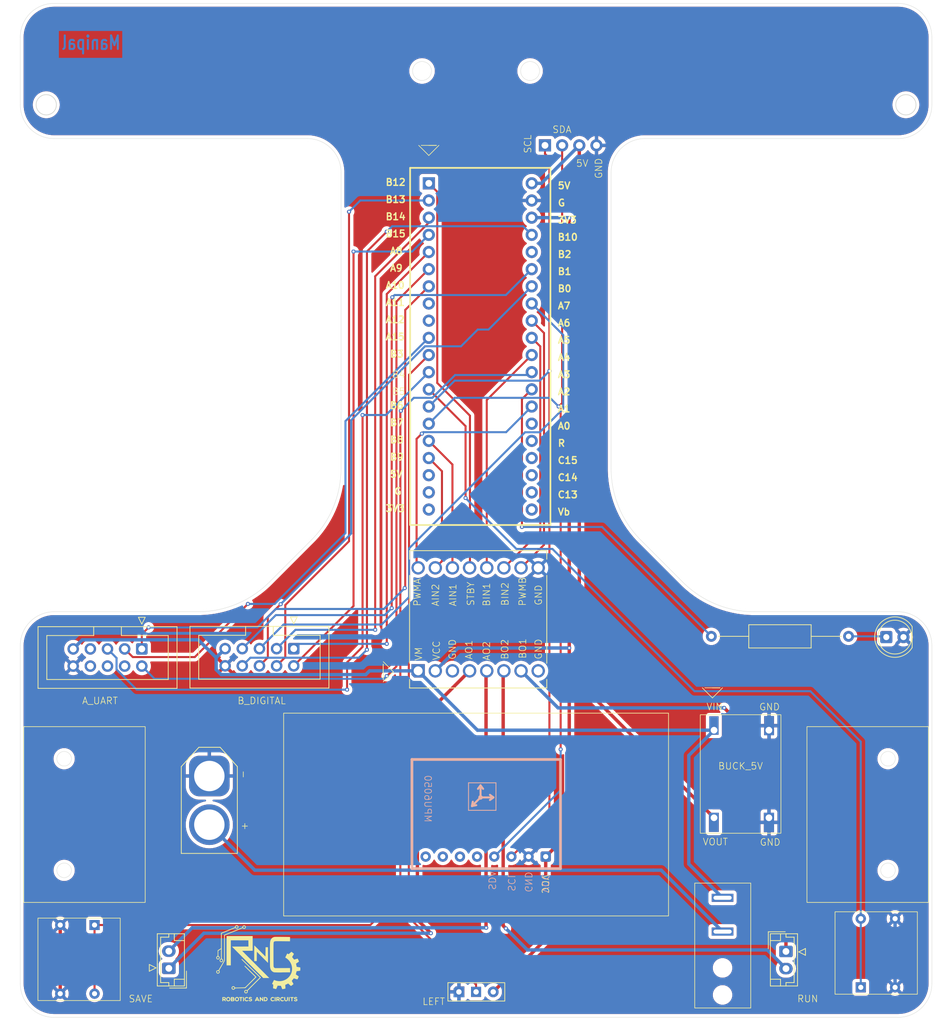
<source format=kicad_pcb>
(kicad_pcb (version 20241229) (generator "pcbnew") (generator_version "9.0")
  (layers (0 "F.Cu" signal) (2 "B.Cu" signal) (5 "F.SilkS" user "F.Silkscreen") (7 "B.SilkS" user "B.Silkscreen") (1 "F.Mask" user) (3 "B.Mask" user) (25 "Edge.Cuts" user))
  (net 0 "")
  (net 1 "C_GND")
  (net 2 "V_SW")
  (net 3 "V_BAT")
  (net 4 "5V")
  (net 6 "JPULSE")
  (net 7 "D7")
  (net 8 "D6")
  (net 9 "D4")
  (net 10 "D0")
  (net 11 "D1")
  (net 12 "D3")
  (net 13 "D5")
  (net 14 "D2")
  (net 15 "LSA_UEN")
  (net 19 "LSA_RX")
  (net 21 "LSA_TX")
  (net 22 "PRIORITY_SW")
  (net 25 "BI2")
  (net 29 "BI1")
  (net 30 "PWMA")
  (net 31 "STBY")
  (net 32 "PWMB")
  (net 33 "S_3V3")
  (net 35 "MPU_SCL")
  (net 36 "AI1")
  (net 37 "AI2")
  (net 39 "MPU_SDA")
  (net 40 "SW_TRY")
  (net 41 "LED_F")
  (net 43 "SW_RUN")
  (net 46 "AO1")
  (net 47 "AO2")
  (net 48 "BO1")
  (net 49 "BO2")
  (net 57 "Net-(D1-A)")
  (footprint "LINE_F_FOOT_LIB:BATTERY_LINE_XT60" (layer "F.Cu") (at 41.45 141.8 -90)
    (property "Reference" "BT1" (hide yes))
    (property "Value" "Battery")
  )
  (footprint "LINE_F_FOOT_LIB:LSA_UART" (layer "F.Cu") (at 45.2 123.59)
    (property "Reference" "LSA_UART1" (hide yes))
    (property "Value" "~")
  )
  (footprint "LINE_F_FOOT_LIB:LED_LINE" (layer "F.Cu") (at 149.34 110.94 180)
    (property "Reference" "D1" (hide yes))
    (property "Value" "LED" (hide yes))
  )
  (footprint "LINE_F_FOOT_LIB:battery_sw" (layer "F.Cu") (at 124 161.5 -90)
    (property "Reference" "SW1" (hide yes))
    (property "Value" "SW_SPST")
  )
  (footprint "LOGO" (layer "F.Cu") (at 121.45 31.9)
    (property "Reference" "G***" (hide yes))
    (property "Value" "LOGO" (hide yes))
  )
  (footprint "LINE_F_FOOT_LIB:connector_motor" (layer "F.Cu") (at 46.48 163.39 90)
    (property "Reference" "M2" (hide yes))
    (property "Value" "Motor_DC" (hide yes))
  )
  (footprint "LINE_F_FOOT_LIB:4pin" (layer "F.Cu") (at 101.515 48.7625)
    (property "Reference" "ESP1" (hide yes))
    (property "Value" "~")
  )
  (footprint "LINE_F_FOOT_LIB:connector_motor" (layer "F.Cu") (at 128.91 163.61 -90)
    (property "Reference" "M3" (hide yes))
    (property "Value" "Motor_DC" (hide yes))
  )
  (footprint "LINE_F_FOOT_LIB:RESISTOR_LINE" (layer "F.Cu") (at 132.67 119.4875)
    (property "Reference" "R1" (hide yes))
    (property "Value" "R" (hide yes))
  )
  (footprint "LINE_F_FOOT_LIB:push_button" (layer "F.Cu") (at 146.5 162.992 90)
    (property "Reference" "SW3" (hide yes))
    (property "Value" "SW_Push")
  )
  (footprint "LINE_F_FOOT_LIB:FINAL_BLACKPILL_LINE" (layer "F.Cu") (at 88.12 72.75)
    (property "Reference" "m1" (hide yes))
    (property "Value" "BLACKPILL")
  )
  (footprint "LINE_F_FOOT_LIB:SLIDE SW" (layer "F.Cu") (at 87.45 171.3125)
    (property "Reference" "SW2" (hide yes))
    (property "Value" "SW_SPDT" (hide yes))
  )
  (footprint "LINE_F_FOOT_LIB:push_button" (layer "F.Cu") (at 28.968 162.912 -90)
    (property "Reference" "SW4" (hide yes))
    (property "Value" "SW_Push")
  )
  (footprint "LINE_F_FOOT_LIB:TB6612FNG_LINE" (layer "F.Cu") (at 87.81 113.12 90)
    (property "Reference" "U1" (hide yes))
    (property "Value" "TB6612FNG_LINE")
  )
  (footprint "LINE_F_FOOT_LIB:LSA_DIGITAL" (layer "F.Cu") (at 70.06 120.61)
    (property "Reference" "LSA_DIGITAL1" (hide yes))
    (property "Value" "~")
  )
  (footprint "rnc:rnc3" (layer "F.Cu") (at 55.531208 164.601692)
    (property "Reference" "G***" (hide yes))
    (property "Value" "LOGO" (hide yes))
  )
  (footprint "LINE_F_FOOT_LIB:BUCK_SMD" (layer "F.Cu") (at 140 139.563)
    (property "Reference" "BUCK1" (hide yes))
    (property "Value" "~" (hide yes))
  )
  (footprint "LINE_F_FOOT_LIB:MPU6050_AR" (layer "B.Cu") (at 78 150 90)
    (property "Reference" "MPU1" (hide yes))
    (property "Value" "~" (hide yes))
  )
  (gr_line (start 121.37 123.25) (end 123.63 123.25) (stroke (width 0.1)) (layer "F.SilkS"))
  (gr_line (start 73.75 122.01) (end 73.75 119.75) (stroke (width 0.1)) (layer "F.SilkS"))
  (gr_rect (start 136.5 129) (end 154.5 155) (stroke (width 0.1)) (fill no) (layer "F.SilkS"))
  (gr_line (start 123.63 123.25) (end 122.5 123.25) (stroke (width 0.1)) (layer "F.SilkS"))
  (gr_line (start 73.75 119.75) (end 73.75 120.88) (stroke (width 0.1)) (layer "F.SilkS"))
  (gr_line (start 75.25 120.88) (end 73.75 122.38) (stroke (width 0.1)) (layer "F.SilkS"))
  (gr_rect (start 20.5 129) (end 38.5 155) (stroke (width 0.1)) (fill no) (layer "F.SilkS"))
  (gr_line (start 75.25 120.88) (end 73.75 119.38) (stroke (width 0.1)) (layer "F.SilkS"))
  (gr_line (start 81.63 43) (end 80.5 43) (stroke (width 0.1)) (layer "F.SilkS"))
  (gr_line (start 122.5 124.75) (end 124 123.25) (stroke (width 0.1)) (layer "F.SilkS"))
  (gr_line (start 80.5 44.5) (end 79 43) (stroke (width 0.1)) (layer "F.SilkS"))
  (gr_rect (start 59 127) (end 116 157) (stroke (width 0.1)) (fill no) (layer "F.SilkS"))
  (gr_line (start 122.5 124.75) (end 121 123.25) (stroke (width 0.1)) (layer "F.SilkS"))
  (gr_line (start 79.37 43) (end 81.63 43) (stroke (width 0.1)) (layer "F.SilkS"))
  (gr_line (start 80.5 44.5) (end 82 43) (stroke (width 0.1)) (layer "F.SilkS"))
  (gr_circle (center 26.5 150.255) (end 27.577631 150.255) (stroke (width 0.05)) (fill no) (layer "Edge.Cuts"))
  (gr_line (start 150 22) (end 87.5 22) (stroke (width 0.05)) (layer "Edge.Cuts"))
  (gr_line (start 20 37) (end 20 27) (stroke (width 0.05)) (layer "Edge.Cuts"))
  (gr_circle (center 26.5 133.745) (end 27.577631 133.745) (stroke (width 0.05)) (fill no) (layer "Edge.Cuts"))
  (gr_line (start 25 22) (end 87.5 22) (stroke (width 0.05)) (layer "Edge.Cuts"))
  (gr_arc (start 25 42) (mid 21.464466 40.535534) (end 20 37) (stroke (width 0.05)) (layer "Edge.Cuts"))
  (gr_line (start 20 117) (end 20 167) (stroke (width 0.05)) (layer "Edge.Cuts"))
  (gr_arc (start 20 117) (mid 21.464466 113.464466) (end 25 112) (stroke (width 0.05)) (layer "Edge.Cuts"))
  (gr_line (start 118.106601 107.606601) (end 111.893398 101.393398) (stroke (width 0.05)) (layer "Edge.Cuts"))
  (gr_arc (start 62.5 42) (mid 66.035534 43.464466) (end 67.5 47) (stroke (width 0.05)) (layer "Edge.Cuts"))
  (gr_arc (start 150 22) (mid 153.535534 23.464466) (end 155 27) (stroke (width 0.05)) (layer "Edge.Cuts"))
  (gr_line (start 155 117) (end 155 167) (stroke (width 0.05)) (layer "Edge.Cuts"))
  (gr_line (start 25 112) (end 46.286798 112) (stroke (width 0.05)) (layer "Edge.Cuts"))
  (gr_arc (start 20 27) (mid 21.464466 23.464466) (end 25 22) (stroke (width 0.05)) (layer "Edge.Cuts"))
  (gr_arc (start 111.893398 101.393398) (mid 108.641808 96.527048) (end 107.5 90.786797) (stroke (width 0.05)) (layer "Edge.Cuts"))
  (gr_line (start 155 37) (end 155 27) (stroke (width 0.05)) (layer "Edge.Cuts"))
  (gr_line (start 25 172) (end 87.5 172) (stroke (width 0.05)) (layer "Edge.Cuts"))
  (gr_line (start 150 172) (end 87.5 172) (stroke (width 0.05)) (layer "Edge.Cuts"))
  (gr_line (start 63.106602 101.393399) (end 56.893399 107.606602) (stroke (width 0.05)) (layer "Edge.Cuts"))
  (gr_arc (start 155 37) (mid 153.535534 40.535534) (end 150 42) (stroke (width 0.05)) (layer "Edge.Cuts"))
  (gr_circle (center 151.15 37) (end 152.65 37) (stroke (width 0.1)) (fill no) (layer "Edge.Cuts"))
  (gr_line (start 67.5 47) (end 67.500001 90.786797) (stroke (width 0.05)) (layer "Edge.Cuts"))
  (gr_circle (center 148.5 150.255) (end 149.577631 150.255) (stroke (width 0.05)) (fill no) (layer "Edge.Cuts"))
  (gr_arc (start 155 167) (mid 153.535534 170.535534) (end 150 172) (stroke (width 0.05)) (layer "Edge.Cuts"))
  (gr_circle (center 148.5 133.745) (end 149.577631 133.745) (stroke (width 0.05)) (fill no) (layer "Edge.Cuts"))
  (gr_line (start 150 112) (end 128.713203 112) (stroke (width 0.05)) (layer "Edge.Cuts"))
  (gr_arc (start 67.500001 90.786797) (mid 66.358194 96.527049) (end 63.106602 101.393399) (stroke (width 0.05)) (layer "Edge.Cuts"))
  (gr_line (start 150 42) (end 112.5 42) (stroke (width 0.05)) (layer "Edge.Cuts"))
  (gr_line (start 25 42) (end 62.5 42) (stroke (width 0.05)) (layer "Edge.Cuts"))
  (gr_arc (start 25 172) (mid 21.464466 170.535534) (end 20 167) (stroke (width 0.05)) (layer "Edge.Cuts"))
  (gr_circle (center 95.5 32) (end 96.9 32) (stroke (width 0.05)) (fill no) (layer "Edge.Cuts"))
  (gr_arc (start 150 112) (mid 153.535534 113.464466) (end 155 117) (stroke (width 0.05)) (layer "Edge.Cuts"))
  (gr_arc (start 107.5 47) (mid 108.964466 43.464466) (end 112.5 42) (stroke (width 0.05)) (layer "Edge.Cuts"))
  (gr_arc (start 56.893399 107.606602) (mid 52.027049 110.858192) (end 46.286798 112) (stroke (width 0.05)) (layer "Edge.Cuts"))
  (gr_arc (start 128.713203 112) (mid 122.972951 110.858193) (end 118.106601 107.606601) (stroke (width 0.05)) (layer "Edge.Cuts"))
  (gr_line (start 107.5 47) (end 107.500004 90.786797) (stroke (width 0.05)) (layer "Edge.Cuts"))
  (gr_circle (center 23.85 37) (end 25.35 37) (stroke (width 0.1)) (fill no) (layer "Edge.Cuts"))
  (gr_circle (center 79.5 32) (end 80.9 32) (stroke (width 0.05)) (fill no) (layer "Edge.Cuts"))
  (gr_text "Manipal" (at 35 29 0) (layer "B.Cu") (effects (font (size 2 1.5) (thickness 0.3) (bold yes)) (justify left bottom mirror)))
  (gr_text "B4" (at 75 77.5 0) (layer "F.SilkS") (effects (font (size 1 1) (thickness 0.1)) (justify left bottom)))
  (gr_text "B5\n" (at 75 80 0) (layer "F.SilkS") (effects (font (size 1 1) (thickness 0.1)) (justify left bottom)))
  (gr_text "SAVE" (at 36 169.842 0) (layer "F.SilkS") (effects (font (size 1 1) (thickness 0.1)) (justify left bottom)))
  (gr_text "RUN\n" (at 135 169.842 0) (layer "F.SilkS") (effects (font (size 1 1) (thickness 0.1)) (justify left bottom)))
  (segment (start 25.92 158.34) (end 25.92 168.5) (width 0.5) (layer "F.Cu") (net 1))
  (segment (start 149.548 157.404) (end 149.548 167.564) (width 0.5) (layer "B.Cu") (net 1))
  (segment (start 54.7323 150.2323) (end 48 143.5) (width 0.5) (layer "B.Cu") (net 2))
  (segment (start 114.9173 150.2323) (end 113.75 150.2323) (width 0.5) (layer "B.Cu") (net 2))
  (segment (start 113.75 150.2323) (end 54.7323 150.2323) (width 0.5) (layer "B.Cu") (net 2))
  (segment (start 124 159.315) (end 114.9173 150.2323) (width 0.5) (layer "B.Cu") (net 2))
  (segment (start 78.92 120.74) (end 77.4783 120.74) (width 0.5) (layer "B.Cu") (net 3))
  (segment (start 87.703 129.523) (end 122.736 129.523) (width 0.5) (layer "B.Cu") (net 3))
  (segment (start 49.0087 118.7913) (end 49.0087 120.5548) (width 0.5) (layer "B.Cu") (net 3))
  (segment (start 46.3695 116.1521) (end 49.0087 118.7913) (width 0.5) (layer "B.Cu") (net 3))
  (segment (start 71.7298 120.74) (end 77.4783 120.74) (width 0.5) (layer "B.Cu") (net 3))
  (segment (start 49.0087 120.5548) (end 49.7566 121.3027) (width 0.5) (layer "B.Cu") (net 3))
  (segment (start 78.92 120.74) (end 87.703 129.523) (width 0.5) (layer "B.Cu") (net 3))
  (segment (start 119 133.259) (end 119 149.315) (width 0.5) (layer "B.Cu") (net 3))
  (segment (start 27.84 117.5) (end 29.1879 116.1521) (width 0.5) (layer "B.Cu") (net 3))
  (segment (start 71.1671 121.3027) (end 71.7298 120.74) (width 0.5) (layer "B.Cu") (net 3))
  (segment (start 29.1879 116.1521) (end 46.3695 116.1521) (width 0.5) (layer "B.Cu") (net 3))
  (segment (start 49.7566 121.3027) (end 71.1671 121.3027) (width 0.5) (layer "B.Cu") (net 3))
  (segment (start 119 149.315) (end 124 154.315) (width 0.5) (layer "B.Cu") (net 3))
  (segment (start 50.34 117.46) (end 49.0087 118.7913) (width 0.5) (layer "B.Cu") (net 3))
  (segment (start 122.736 129.523) (end 119 133.259) (width 0.5) (layer "B.Cu") (net 3))
  (segment (start 102.785 122.526) (end 122.736 142.477) (width 0.5) (layer "F.Cu") (net 4))
  (segment (start 102.785 43.0025) (end 102.785 122.526) (width 0.5) (layer "F.Cu") (net 4))
  (segment (start 95.74 48.62) (end 97.1675 48.62) (width 0.5) (layer "B.Cu") (net 4))
  (segment (start 97.1675 48.62) (end 102.785 43.0025) (width 0.5) (layer "B.Cu") (net 4))
  (segment (start 70.6894 117.1942) (end 68.3968 119.4868) (width 0.3) (layer "F.Cu") (net 6))
  (segment (start 68.3968 119.4868) (end 68.3968 123.5232) (width 0.3) (layer "F.Cu") (net 6))
  (segment (start 70.6894 82.895) (end 70.6894 117.1942) (width 0.3) (layer "F.Cu") (net 6))
  (via (at 68.3968 123.5232) (size 0.6) (drill 0.3) (layers "F.Cu" "B.Cu") (net 6))
  (via (at 70.6894 82.895) (size 0.6) (drill 0.3) (layers "F.Cu" "B.Cu") (net 6))
  (segment (start 32.92 117.5) (end 34.259 118.839) (width 0.3) (layer "B.Cu") (net 6))
  (segment (start 74.165 82.895) (end 70.6894 82.895) (width 0.3) (layer "B.Cu") (net 6))
  (segment (start 37.244729 123.5232) (end 68.3968 123.5232) (width 0.3) (layer "B.Cu") (net 6))
  (segment (start 34.259 120.537471) (end 37.244729 123.5232) (width 0.3) (layer "B.Cu") (net 6))
  (segment (start 80.5 76.56) (end 74.165 82.895) (width 0.3) (layer "B.Cu") (net 6))
  (segment (start 34.259 118.839) (end 34.259 120.537471) (width 0.3) (layer "B.Cu") (net 6))
  (segment (start 71.3332 117.6144) (end 71.3411 117.6065) (width 0.3) (layer "F.Cu") (net 7))
  (segment (start 71.3411 58.7026) (end 74.2752 55.7685) (width 0.3) (layer "F.Cu") (net 7))
  (segment (start 71.3411 117.6065) (end 71.3411 58.7026) (width 0.3) (layer "F.Cu") (net 7))
  (via (at 71.3332 117.6144) (size 0.6) (drill 0.3) (layers "F.Cu" "B.Cu") (net 7))
  (via (at 74.2752 55.7685) (size 0.6) (drill 0.3) (layers "F.Cu" "B.Cu") (net 7))
  (segment (start 70.1493 118.7983) (end 71.3332 117.6144) (width 0.3) (layer "B.Cu") (net 7))
  (segment (start 75.0737 54.97) (end 74.2752 55.7685) (width 0.3) (layer "B.Cu") (net 7))
  (segment (start 94.47 54.97) (end 75.0737 54.97) (width 0.3) (layer "B.Cu") (net 7))
  (segment (start 54.0817 118.7983) (end 70.1493 118.7983) (width 0.3) (layer "B.Cu") (net 7))
  (segment (start 52.88 120) (end 54.0817 118.7983) (width 0.3) (layer "B.Cu") (net 7))
  (segment (start 95.74 56.24) (end 94.47 54.97) (width 0.3) (layer "B.Cu") (net 7))
  (segment (start 75.0036 65.5731) (end 75.1005 65.4762) (width 0.3) (layer "F.Cu") (net 8))
  (segment (start 75.0036 111.4685) (end 75.0036 65.5731) (width 0.3) (layer "F.Cu") (net 8))
  (via (at 75.0036 111.4685) (size 0.6) (drill 0.3) (layers "F.Cu" "B.Cu") (net 8))
  (via (at 75.1005 65.4762) (size 0.6) (drill 0.3) (layers "F.Cu" "B.Cu") (net 8))
  (segment (start 95.74 61.32) (end 91.9122 65.1478) (width 0.3) (layer "B.Cu") (net 8))
  (segment (start 52.88 117.46) (end 57.8433 112.4967) (width 0.3) (layer "B.Cu") (net 8))
  (segment (start 91.9122 65.1478) (end 75.4289 65.1478) (width 0.3) (layer "B.Cu") (net 8))
  (segment (start 57.8433 112.4967) (end 73.9754 112.4967) (width 0.3) (layer "B.Cu") (net 8))
  (segment (start 75.4289 65.1478) (end 75.1005 65.4762) (width 0.3) (layer "B.Cu") (net 8))
  (segment (start 73.9754 112.4967) (end 75.0036 111.4685) (width 0.3) (layer "B.Cu") (net 8))
  (segment (start 95.74 66.4) (end 100.4014 71.0614) (width 0.3) (layer "B.Cu") (net 9))
  (segment (start 77.5735 108.2094) (end 77.5893 108.2252) (width 0.3) (layer "B.Cu") (net 9))
  (segment (start 100.4014 81.9697) (end 96.9211 85.45) (width 0.3) (layer "B.Cu") (net 9))
  (segment (start 77.5893 109.8167) (end 73.5161 113.8899) (width 0.3) (layer "B.Cu") (net 9))
  (segment (start 73.5161 113.8899) (end 58.9901 113.8899) (width 0.3) (layer "B.Cu") (net 9))
  (segment (start 77.5735 102.6247) (end 77.5735 108.2094) (width 0.3) (layer "B.Cu") (net 9))
  (segment (start 100.4014 71.0614) (end 100.4014 81.9697) (width 0.3) (layer "B.Cu") (net 9))
  (segment (start 77.5893 108.2252) (end 77.5893 109.8167) (width 0.3) (layer "B.Cu") (net 9))
  (segment (start 58.9901 113.8899) (end 55.42 117.46) (width 0.3) (layer "B.Cu") (net 9))
  (segment (start 94.7482 85.45) (end 77.5735 102.6247) (width 0.3) (layer "B.Cu") (net 9))
  (segment (start 96.9211 85.45) (end 94.7482 85.45) (width 0.3) (layer "B.Cu") (net 9))
  (segment (start 74.2752 116.75) (end 74.2752 65.0048) (width 0.3) (layer "F.Cu") (net 10))
  (segment (start 74.2752 65.0048) (end 80.5 58.78) (width 0.3) (layer "F.Cu") (net 10))
  (via (at 74.2752 116.75) (size 0.6) (drill 0.3) (layers "F.Cu" "B.Cu") (net 10))
  (segment (start 61.21 116.75) (end 60.5 117.46) (width 0.3) (layer "B.Cu") (net 10))
  (segment (start 74.2752 116.75) (end 61.21 116.75) (width 0.3) (layer "B.Cu") (net 10))
  (segment (start 60.5 120) (end 69.3523 111.1477) (width 0.3) (layer "F.Cu") (net 11))
  (segment (start 69.3523 111.1477) (end 69.3523 58.7136) (width 0.3) (layer "F.Cu") (net 11))
  (via (at 69.3523 58.7136) (size 0.6) (drill 0.3) (layers "F.Cu" "B.Cu") (net 11))
  (segment (start 80.5 56.24) (end 78.0264 58.7136) (width 0.3) (layer "B.Cu") (net 11))
  (segment (start 78.0264 58.7136) (end 69.3523 58.7136) (width 0.3) (layer "B.Cu") (net 11))
  (segment (start 68.6882 101.5618) (end 59.25 111) (width 0.3) (layer "F.Cu") (net 12))
  (segment (start 59.25 111) (end 59.25 118.71) (width 0.3) (layer "F.Cu") (net 12))
  (segment (start 59.25 118.71) (end 57.96 120) (width 0.3) (layer "F.Cu") (net 12))
  (segment (start 68.6882 52.8234) (end 68.6882 101.5618) (width 0.3) (layer "F.Cu") (net 12))
  (via (at 68.6882 52.8234) (size 0.6) (drill 0.3) (layers "F.Cu" "B.Cu") (net 12))
  (segment (start 68.6882 52.8234) (end 70.3516 51.16) (width 0.3) (layer "B.Cu") (net 12))
  (segment (start 70.3516 51.16) (end 80.5 51.16) (width 0.3) (layer "B.Cu") (net 12))
  (segment (start 55.42 120) (end 56.6619 118.7581) (width 0.3) (layer "F.Cu") (net 13))
  (segment (start 56.6619 112.7782) (end 58.5607 110.8794) (width 0.3) (layer "F.Cu") (net 13))
  (segment (start 56.6619 118.7581) (end 56.6619 112.7782) (width 0.3) (layer "F.Cu") (net 13))
  (via (at 58.5607 110.8794) (size 0.6) (drill 0.3) (layers "F.Cu" "B.Cu") (net 13))
  (segment (start 69.0015 100.4386) (end 58.5607 110.8794) (width 0.3) (layer "B.Cu") (net 13))
  (segment (start 69.0015 83.6614) (end 69.0015 100.4386) (width 0.3) (layer "B.Cu") (net 13))
  (segment (start 87.75 70.25) (end 89.35 70.25) (width 0.3) (layer "B.Cu") (net 13))
  (segment (start 89.35 70.25) (end 95.74 63.86) (width 0.3) (layer "B.Cu") (net 13))
  (segment (start 79.9307 72.7322) (end 85.2678 72.7322) (width 0.3) (layer "B.Cu") (net 13))
  (segment (start 79.9307 72.7322) (end 69.0015 83.6614) (width 0.3) (layer "B.Cu") (net 13))
  (segment (start 85.2678 72.7322) (end 87.75 70.25) (width 0.3) (layer "B.Cu") (net 13))
  (segment (start 72.5617 62.3717) (end 72.5617 114.6721) (width 0.3) (layer "F.Cu") (net 14))
  (segment (start 80.5 54.4334) (end 72.5617 62.3717) (width 0.3) (layer "F.Cu") (net 14))
  (segment (start 80.5 53.7) (end 80.5 54.4334) (width 0.3) (layer "F.Cu") (net 14))
  (via (at 72.5617 114.6721) (size 0.6) (drill 0.3) (layers "F.Cu" "B.Cu") (net 14))
  (segment (start 57.96 117.46) (end 60.7479 114.6721) (width 0.3) (layer "B.Cu") (net 14))
  (segment (start 60.7479 114.6721) (end 72.5617 114.6721) (width 0.3) (layer "B.Cu") (net 14))
  (segment (start 35.46 117.5) (end 36.6627 118.7027) (width 0.3) (layer "F.Cu") (net 15))
  (segment (start 36.6627 118.7027) (end 45.8487 118.7027) (width 0.3) (layer "F.Cu") (net 15))
  (segment (start 45.8487 118.7027) (end 53.7095 110.8419) (width 0.3) (layer "F.Cu") (net 15))
  (via (at 53.7095 110.8419) (size 0.6) (drill 0.3) (layers "F.Cu" "B.Cu") (net 15))
  (segment (start 68.159181 83.795198) (end 68.159181 100.360265) (width 0.3) (layer "B.Cu") (net 15))
  (segment (start 80.474379 71.48) (end 68.159181 83.795198) (width 0.3) (layer "B.Cu") (net 15))
  (segment (start 68.159181 100.360265) (end 57.677546 110.8419) (width 0.3) (layer "B.Cu") (net 15))
  (segment (start 57.677546 110.8419) (end 53.7095 110.8419) (width 0.3) (layer "B.Cu") (net 15))
  (segment (start 80.5 71.48) (end 80.474379 71.48) (width 0.3) (layer "B.Cu") (net 15))
  (segment (start 80.5 61.32) (end 75.7084 66.1116) (width 0.3) (layer "F.Cu") (net 19))
  (segment (start 75.7084 120.0784) (end 74.2752 121.5116) (width 0.3) (layer "F.Cu") (net 19))
  (segment (start 75.7084 66.1116) (end 75.7084 120.0784) (width 0.3) (layer "F.Cu") (net 19))
  (via (at 74.2752 121.5116) (size 0.6) (drill 0.3) (layers "F.Cu" "B.Cu") (net 19))
  (segment (start 39.878 121.918) (end 73.8688 121.918) (width 0.3) (layer "B.Cu") (net 19))
  (segment (start 73.8688 121.918) (end 74.2752 121.5116) (width 0.3) (layer "B.Cu") (net 19))
  (segment (start 38 120.04) (end 39.878 121.918) (width 0.3) (layer "B.Cu") (net 19))
  (segment (start 80.5 63.86) (end 77.0118 67.3482) (width 0.3) (layer "F.Cu") (net 21))
  (segment (start 39.0048 114.3218) (end 38 115.3266) (width 0.3) (layer "F.Cu") (net 21))
  (segment (start 77.0118 108.4207) (end 76.9374 108.4951) (width 0.3) (layer "F.Cu") (net 21))
  (segment (start 77.0118 67.3482) (end 77.0118 108.4207) (width 0.3) (layer "F.Cu") (net 21))
  (segment (start 38 115.3266) (end 38 117.5) (width 0.3) (layer "F.Cu") (net 21))
  (via (at 76.9374 108.4951) (size 0.6) (drill 0.3) (layers "F.Cu" "B.Cu") (net 21))
  (via (at 39.0048 114.3218) (size 0.6) (drill 0.3) (layers "F.Cu" "B.Cu") (net 21))
  (segment (start 73.843 111.5895) (end 76.9374 108.4951) (width 0.3) (layer "B.Cu") (net 21))
  (segment (start 55.1053 114.3218) (end 57.8376 111.5895) (width 0.3) (layer "B.Cu") (net 21))
  (segment (start 57.8376 111.5895) (end 73.843 111.5895) (width 0.3) (layer "B.Cu") (net 21))
  (segment (start 39.0048 114.3218) (end 55.1053 114.3218) (width 0.3) (layer "B.Cu") (net 21))
  (segment (start 77.5893 108.2252) (end 77.5893 115.8125) (width 0.3) (layer "F.Cu") (net 22))
  (segment (start 77.5893 115.8125) (end 77.5379 115.8639) (width 0.3) (layer "F.Cu") (net 22))
  (segment (start 87.4574 167.1308) (end 87.5 167.1308) (width 0.3) (layer "F.Cu") (net 22))
  (segment (start 77.5379 115.8639) (end 77.5379 157.2113) (width 0.3) (layer "F.Cu") (net 22))
  (segment (start 80.5 74.02) (end 77.5703 76.9497) (width 0.3) (layer "F.Cu") (net 22))
  (segment (start 77.5703 76.9497) (end 77.5703 108.2062) (width 0.3) (layer "F.Cu") (net 22))
  (segment (start 77.5379 157.2113) (end 87.4574 167.1308) (width 0.3) (layer "F.Cu") (net 22))
  (segment (start 87.5 167.1308) (end 87.5 168.2325) (width 0.3) (layer "F.Cu") (net 22))
  (segment (start 77.5703 108.2062) (end 77.5893 108.2252) (width 0.3) (layer "F.Cu") (net 22))
  (segment (start 95.74 71.48) (end 97.009 72.749) (width 0.3) (layer "F.Cu") (net 25))
  (segment (start 97.009 72.749) (end 97.009 100.111) (width 0.3) (layer "F.Cu") (net 25))
  (segment (start 97.009 100.111) (end 91.62 105.5) (width 0.3) (layer "F.Cu") (net 25))
  (segment (start 89.08 80.68) (end 89.08 105.5) (width 0.3) (layer "F.Cu") (net 29))
  (segment (start 95.74 74.02) (end 89.08 80.68) (width 0.3) (layer "F.Cu") (net 29))
  (segment (start 78.92 105.5) (end 78.6894 105.2694) (width 0.3) (layer "F.Cu") (net 30))
  (segment (start 78.6894 86.4294) (end 79.4655 85.6533) (width 0.3) (layer "F.Cu") (net 30))
  (segment (start 78.6894 105.2694) (end 78.6894 86.4294) (width 0.3) (layer "F.Cu") (net 30))
  (via (at 79.4655 85.6533) (size 0.6) (drill 0.3) (layers "F.Cu" "B.Cu") (net 30))
  (segment (start 91.9429 85.4371) (end 79.6817 85.4371) (width 0.3) (layer "B.Cu") (net 30))
  (segment (start 79.6817 85.4371) (end 79.4655 85.6533) (width 0.3) (layer "B.Cu") (net 30))
  (segment (start 95.74 81.64) (end 91.9429 85.4371) (width 0.3) (layer "B.Cu") (net 30))
  (segment (start 81.7522 78.1536) (end 86.5949 82.9963) (width 0.3) (layer "F.Cu") (net 31))
  (segment (start 80.5 48.62) (end 81.7522 49.8722) (width 0.3) (layer "F.Cu") (net 31))
  (segment (start 86.5949 105.4451) (end 86.54 105.5) (width 0.3) (layer "F.Cu") (net 31))
  (segment (start 81.7522 49.8722) (end 81.7522 78.1536) (width 0.3) (layer "F.Cu") (net 31))
  (segment (start 86.5949 82.9963) (end 86.5949 105.4451) (width 0.3) (layer "F.Cu") (net 31))
  (segment (start 97.5597 102.1003) (end 94.16 105.5) (width 0.3) (layer "F.Cu") (net 32))
  (segment (start 95.74 68.94) (end 97.5597 70.7597) (width 0.3) (layer "F.Cu") (net 32))
  (segment (start 97.5597 70.7597) (end 97.5597 102.1003) (width 0.3) (layer "F.Cu") (net 32))
  (segment (start 101.2963 117.3593) (end 101.2963 144.7377) (width 0.5) (layer "F.Cu") (net 33))
  (segment (start 101.2963 117.3593) (end 101.2963 53.75) (width 0.5) (layer "F.Cu") (net 33))
  (segment (start 97.812 160.4605) (end 97.812 148.222) (width 0.5) (layer "F.Cu") (net 33))
  (segment (start 101.2963 144.7377) (end 97.812 148.222) (width 0.5) (layer "F.Cu") (net 33))
  (segment (start 90.04 168.2325) (end 97.812 160.4605) (width 0.5) (layer "F.Cu") (net 33))
  (via (at 101.2963 53.75) (size 0.6) (drill 0.3) (layers "F.Cu" "B.Cu") (net 33))
  (via (at 101.2963 117.3593) (size 0.6) (drill 0.3) (layers "F.Cu" "B.Cu") (net 33))
  (segment (start 101.2963 53.75) (end 101.2463 53.7) (width 0.5) (layer "B.Cu") (net 33))
  (segment (start 101.2963 117.3593) (end 84.8407 117.3593) (width 0.5) (layer "B.Cu") (net 33))
  (segment (start 101.2463 53.7) (end 95.74 53.7) (width 0.5) (layer "B.Cu") (net 33))
  (segment (start 84.8407 117.3593) (end 81.46 120.74) (width 0.5) (layer "B.Cu") (net 33))
  (segment (start 98.3604 44.91) (end 98.3604 76.3842) (width 0.3) (layer "F.Cu") (net 35))
  (segment (start 97.705 44.2546) (end 98.3604 44.91) (width 0.3) (layer "F.Cu") (net 35))
  (segment (start 98.3604 142.5936) (end 92.732 148.222) (width 0.3) (layer "F.Cu") (net 35))
  (segment (start 97.705 43.0025) (end 97.705 44.2546) (width 0.3) (layer "F.Cu") (net 35))
  (segment (start 98.3604 76.3842) (end 98.3604 142.5936) (width 0.3) (layer "F.Cu") (net 35))
  (via (at 98.3604 76.3842) (size 0.6) (drill 0.3) (layers "F.Cu" "B.Cu") (net 35))
  (segment (start 84.3278 77.8122) (end 80.5 81.64) (width 0.3) (layer "B.Cu") (net 35))
  (segment (start 96.9324 77.8122) (end 84.3278 77.8122) (width 0.3) (layer "B.Cu") (net 35))
  (segment (start 98.3604 76.3842) (end 96.9324 77.8122) (width 0.3) (layer "B.Cu") (net 35))
  (segment (start 80.5 86.72) (end 84 90.22) (width 0.3) (layer "F.Cu") (net 36))
  (segment (start 84 90.22) (end 84 105.5) (width 0.3) (layer "F.Cu") (net 36))
  (segment (start 80.5 89.26) (end 82.45 91.21) (width 0.3) (layer "F.Cu") (net 37))
  (segment (start 82.45 104.51) (end 81.46 105.5) (width 0.3) (layer "F.Cu") (net 37))
  (segment (start 82.45 91.21) (end 82.45 104.51) (width 0.3) (layer "F.Cu") (net 37))
  (segment (start 100.245 81.1274) (end 99.7323 81.6401) (width 0.3) (layer "F.Cu") (net 39))
  (segment (start 100.0242 81.932) (end 99.7323 81.6401) (width 0.3) (layer "F.Cu") (net 39))
  (segment (start 100.0242 132.3542) (end 100.0242 81.932) (width 0.3) (layer "F.Cu") (net 39))
  (segment (start 100.245 43.0025) (end 100.245 81.1274) (width 0.3) (layer "F.Cu") (net 39))
  (via (at 99.7323 81.6401) (size 0.6) (drill 0.3) (layers "F.Cu" "B.Cu") (net 39))
  (via (at 100.0242 132.3542) (size 0.6) (drill 0.3) (layers "F.Cu" "B.Cu") (net 39))
  (segment (start 100.0242 138.3898) (end 100.0242 132.3542) (width 0.3) (layer "B.Cu") (net 39))
  (segment (start 98.4444 80.3522) (end 84.3278 80.3522) (width 0.3) (layer "B.Cu") (net 39))
  (segment (start 90.192 148.222) (end 100.0242 138.3898) (width 0.3) (layer "B.Cu") (net 39))
  (segment (start 84.3278 80.3522) (end 80.5 84.18) (width 0.3) (layer "B.Cu") (net 39))
  (segment (start 99.7323 81.6401) (end 98.4444 80.3522) (width 0.3) (layer "B.Cu") (net 39))
  (segment (start 76.2857 82.3488) (end 76.2857 153.8914) (width 0.3) (layer "F.Cu") (net 40))
  (segment (start 31 158.34) (end 31 168.5) (width 0.3) (layer "F.Cu") (net 40))
  (segment (start 76.3601 82.2744) (end 76.2857 82.3488) (width 0.3) (layer "F.Cu") (net 40))
  (segment (start 71.8371 158.34) (end 31 158.34) (width 0.3) (layer "F.Cu") (net 40))
  (segment (start 76.2857 153.8914) (end 71.8371 158.34) (width 0.3) (layer "F.Cu") (net 40))
  (via (at 76.3601 82.2744) (size 0.6) (drill 0.3) (layers "F.Cu" "B.Cu") (net 40))
  (segment (start 78.2823 80.3522) (end 81.0186 80.3522) (width 0.3) (layer "B.Cu") (net 40))
  (segment (start 76.3601 82.2744) (end 78.2823 80.3522) (width 0.3) (layer "B.Cu") (net 40))
  (segment (start 84.3935 76.9773) (end 95.3227 76.9773) (width 0.3) (layer "B.Cu") (net 40))
  (segment (start 95.3227 76.9773) (end 95.74 76.56) (width 0.3) (layer "B.Cu") (net 40))
  (segment (start 81.0186 80.3522) (end 84.3935 76.9773) (width 0.3) (layer "B.Cu") (net 40))
  (segment (start 95.74 79.1) (end 94.2933 80.5467) (width 0.3) (layer "F.Cu") (net 41))
  (segment (start 94.2933 80.5467) (end 94.2933 88) (width 0.3) (layer "F.Cu") (net 41))
  (segment (start 94.2933 88) (end 94.2933 99.4567) (width 0.3) (layer "F.Cu") (net 41))
  (via (at 94.2933 99.4567) (size 0.6) (drill 0.3) (layers "F.Cu" "B.Cu") (net 41))
  (segment (start 94.2933 99.4567) (end 106.1592 99.4567) (width 0.3) (layer "B.Cu") (net 41))
  (segment (start 106.1592 99.4567) (end 122.34 115.6375) (width 0.3) (layer "B.Cu") (net 41))
  (segment (start 85.9432 84.5432) (end 85.9432 95.1765) (width 0.3) (layer "F.Cu") (net 43))
  (segment (start 80.5 79.1) (end 85.9432 84.5432) (width 0.3) (layer "F.Cu") (net 43))
  (via (at 85.9432 95.1765) (size 0.6) (drill 0.3) (layers "F.Cu" "B.Cu") (net 43))
  (segment (start 144.468 131.218) (end 144.468 157.404) (width 0.3) (layer "B.Cu") (net 43))
  (segment (start 137 123.75) (end 144.468 131.218) (width 0.3) (layer "B.Cu") (net 43))
  (segment (start 119.85 123.75) (end 137 123.75) (width 0.3) (layer "B.Cu") (net 43))
  (segment (start 144.468 157.404) (end 144.468 167.564) (width 0.3) (layer "B.Cu") (net 43))
  (segment (start 98.8045 102.7045) (end 119.85 123.75) (width 0.3) (layer "B.Cu") (net 43))
  (segment (start 93.4712 102.7045) (end 98.8045 102.7045) (width 0.3) (layer "B.Cu") (net 43))
  (segment (start 85.9432 95.1765) (end 93.4712 102.7045) (width 0.3) (layer "B.Cu") (net 43))
  (segment (start 78.8082 128.4718) (end 78.8082 157.5601) (width 0.5) (layer "F.Cu") (net 46))
  (segment (start 78.8082 157.5601) (end 80.8036 159.5555) (width 0.5) (layer "F.Cu") (net 46))
  (segment (start 86.54 120.74) (end 78.8082 128.4718) (width 0.5) (layer "F.Cu") (net 46))
  (via (at 80.8036 159.5555) (size 0.6) (drill 0.3) (layers "F.Cu" "B.Cu") (net 46))
  (segment (start 47.1945 159.5555) (end 42 164.75) (width 0.5) (layer "B.Cu") (net 46))
  (segment (start 80.8036 159.5555) (end 47.1945 159.5555) (width 0.5) (layer "B.Cu") (net 46))
  (segment (start 88.9764 158.7264) (end 89 158.75) (width 0.5) (layer "F.Cu") (net 47))
  (segment (start 88.9764 120.8436) (end 88.9764 158.7264) (width 0.5) (layer "F.Cu") (net 47))
  (segment (start 89.08 120.74) (end 88.9764 120.8436) (width 0.5) (layer "F.Cu") (net 47))
  (via (at 89 158.75) (size 0.6) (drill 0.3) (layers "F.Cu" "B.Cu") (net 47))
  (segment (start 42 162.21) (end 45.46 158.75) (width 0.5) (layer "B.Cu") (net 47))
  (segment (start 45.46 158.75) (end 89 158.75) (width 0.5) (layer "B.Cu") (net 47))
  (segment (start 133.39 162.25) (end 133.39 135.3691) (width 0.5) (layer "F.Cu") (net 48))
  (segment (start 133.39 135.3691) (end 124.2416 126.2207) (width 0.5) (layer "F.Cu") (net 48))
  (via (at 124.2416 126.2207) (size 0.6) (drill 0.3) (layers "F.Cu" "B.Cu") (net 48))
  (segment (start 124.2416 126.2207) (end 99.6407 126.2207) (width 0.5) (layer "B.Cu") (net 48))
  (segment (start 99.6407 126.2207) (end 94.16 120.74) (width 0.5) (layer "B.Cu") (net 48))
  (segment (start 91.5129 158.4495) (end 91.9104 158.847) (width 0.5) (layer "F.Cu") (net 49))
  (segment (start 91.5129 120.8471) (end 91.5129 158.4495) (width 0.5) (layer "F.Cu") (net 49))
  (segment (start 91.62 120.74) (end 91.5129 120.8471) (width 0.5) (layer "F.Cu") (net 49))
  (via (at 91.9104 158.847) (size 0.6) (drill 0.3) (layers "F.Cu" "B.Cu") (net 49))
  (segment (start 130.6289 162.0289) (end 133.39 164.79) (width 0.5) (layer "B.Cu") (net 49))
  (segment (start 91.9104 158.847) (end 95.0923 162.0289) (width 0.5) (layer "B.Cu") (net 49))
  (segment (start 95.0923 162.0289) (end 130.6289 162.0289) (width 0.5) (layer "B.Cu") (net 49))
  (segment (start 142.66 115.6375) (end 148.1375 115.6375) (width 0.3) (layer "B.Cu") (net 57))
  (segment (start 148.1375 115.6375) (end 148.25 115.75) (width 0.3) (layer "B.Cu") (net 57))
  (zone (net 1) (net_name "C_GND") (layers "F.Cu" "B.Cu") (connect_pads (clearance 0.5)) (min_thickness 0.25) (fill yes (thermal_gap 0.5) (thermal_bridge_width 0.5))
    (polygon (pts (xy 156.5 172) (xy 156.5 21.5) (xy 18.5 21.5) (xy 17 23) (xy 17 172) (xy 18 173) (xy 155.5 173)))
  )
)
</source>
